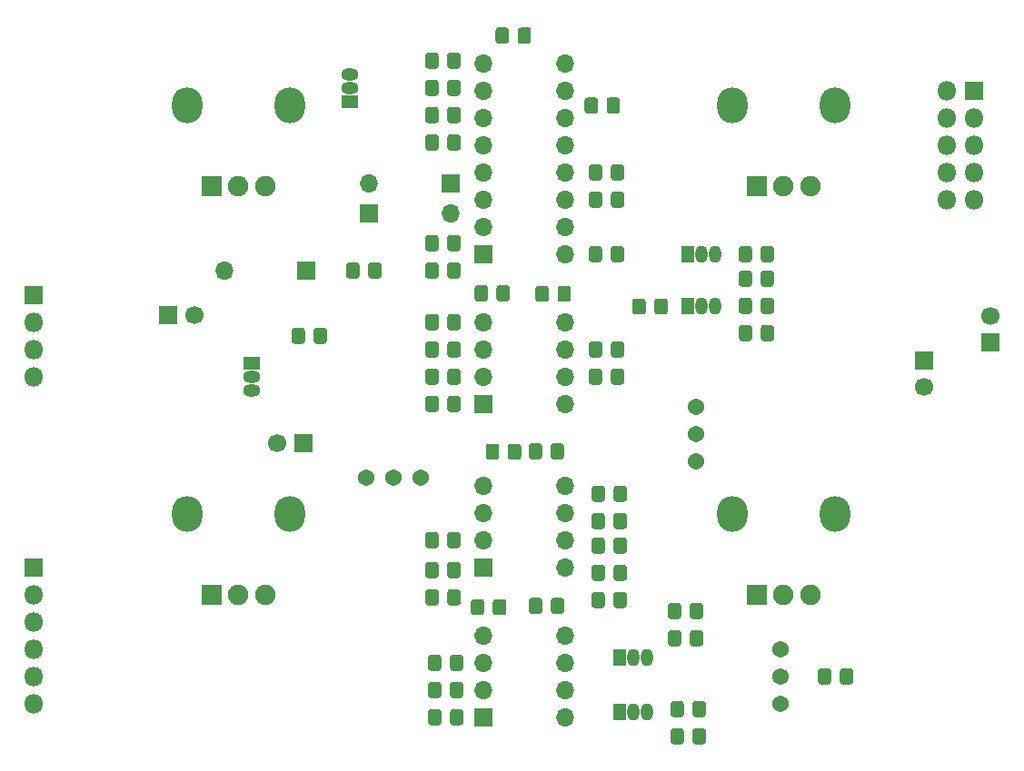
<source format=gbr>
G04 #@! TF.GenerationSoftware,KiCad,Pcbnew,5.1.6-c6e7f7d~86~ubuntu18.04.1*
G04 #@! TF.CreationDate,2020-06-22T07:49:52-04:00*
G04 #@! TF.ProjectId,modulation_source,6d6f6475-6c61-4746-996f-6e5f736f7572,rev?*
G04 #@! TF.SameCoordinates,Original*
G04 #@! TF.FileFunction,Soldermask,Bot*
G04 #@! TF.FilePolarity,Negative*
%FSLAX46Y46*%
G04 Gerber Fmt 4.6, Leading zero omitted, Abs format (unit mm)*
G04 Created by KiCad (PCBNEW 5.1.6-c6e7f7d~86~ubuntu18.04.1) date 2020-06-22 07:49:52*
%MOMM*%
%LPD*%
G01*
G04 APERTURE LIST*
%ADD10C,1.700000*%
%ADD11R,1.700000X1.700000*%
%ADD12O,2.820000X3.340000*%
%ADD13C,1.900000*%
%ADD14R,1.900000X1.900000*%
%ADD15O,1.800000X1.800000*%
%ADD16R,1.800000X1.800000*%
%ADD17O,1.700000X1.700000*%
%ADD18C,1.540000*%
%ADD19R,1.150000X1.600000*%
%ADD20O,1.150000X1.600000*%
%ADD21R,1.600000X1.150000*%
%ADD22O,1.600000X1.150000*%
G04 APERTURE END LIST*
G36*
G01*
X164475000Y-77757762D02*
X164475000Y-76801238D01*
G75*
G02*
X164746738Y-76529500I271738J0D01*
G01*
X165453262Y-76529500D01*
G75*
G02*
X165725000Y-76801238I0J-271738D01*
G01*
X165725000Y-77757762D01*
G75*
G02*
X165453262Y-78029500I-271738J0D01*
G01*
X164746738Y-78029500D01*
G75*
G02*
X164475000Y-77757762I0J271738D01*
G01*
G37*
G36*
G01*
X162425000Y-77757762D02*
X162425000Y-76801238D01*
G75*
G02*
X162696738Y-76529500I271738J0D01*
G01*
X163403262Y-76529500D01*
G75*
G02*
X163675000Y-76801238I0J-271738D01*
G01*
X163675000Y-77757762D01*
G75*
G02*
X163403262Y-78029500I-271738J0D01*
G01*
X162696738Y-78029500D01*
G75*
G02*
X162425000Y-77757762I0J271738D01*
G01*
G37*
D10*
X195834000Y-78145000D03*
D11*
X195834000Y-80645000D03*
D10*
X189611000Y-84796000D03*
D11*
X189611000Y-82296000D03*
D10*
X129326000Y-90043000D03*
D11*
X131826000Y-90043000D03*
D10*
X121666000Y-78105000D03*
D11*
X119166000Y-78105000D03*
D12*
X171730000Y-58540000D03*
X181330000Y-58540000D03*
D13*
X179030000Y-66040000D03*
X176530000Y-66040000D03*
D14*
X174030000Y-66040000D03*
D12*
X120930000Y-96640000D03*
X130530000Y-96640000D03*
D13*
X128230000Y-104140000D03*
X125730000Y-104140000D03*
D14*
X123230000Y-104140000D03*
D12*
X171730000Y-96640000D03*
X181330000Y-96640000D03*
D13*
X179030000Y-104140000D03*
X176530000Y-104140000D03*
D14*
X174030000Y-104140000D03*
D12*
X120930000Y-58540000D03*
X130530000Y-58540000D03*
D13*
X128230000Y-66040000D03*
X125730000Y-66040000D03*
D14*
X123230000Y-66040000D03*
D15*
X106680000Y-114300000D03*
X106680000Y-111760000D03*
X106680000Y-109220000D03*
X106680000Y-106680000D03*
X106680000Y-104140000D03*
D16*
X106680000Y-101600000D03*
D15*
X106680000Y-83820000D03*
X106680000Y-81280000D03*
X106680000Y-78740000D03*
D16*
X106680000Y-76200000D03*
D17*
X156210000Y-101600000D03*
X148590000Y-93980000D03*
X156210000Y-99060000D03*
X148590000Y-96520000D03*
X156210000Y-96520000D03*
X148590000Y-99060000D03*
X156210000Y-93980000D03*
D11*
X148590000Y-101600000D03*
D17*
X156210000Y-86360000D03*
X148590000Y-78740000D03*
X156210000Y-83820000D03*
X148590000Y-81280000D03*
X156210000Y-81280000D03*
X148590000Y-83820000D03*
X156210000Y-78740000D03*
D11*
X148590000Y-86360000D03*
D17*
X156210000Y-115570000D03*
X148590000Y-107950000D03*
X156210000Y-113030000D03*
X148590000Y-110490000D03*
X156210000Y-110490000D03*
X148590000Y-113030000D03*
X156210000Y-107950000D03*
D11*
X148590000Y-115570000D03*
D17*
X156210000Y-72390000D03*
X148590000Y-54610000D03*
X156210000Y-69850000D03*
X148590000Y-57150000D03*
X156210000Y-67310000D03*
X148590000Y-59690000D03*
X156210000Y-64770000D03*
X148590000Y-62230000D03*
X156210000Y-62230000D03*
X148590000Y-64770000D03*
X156210000Y-59690000D03*
X148590000Y-67310000D03*
X156210000Y-57150000D03*
X148590000Y-69850000D03*
X156210000Y-54610000D03*
D11*
X148590000Y-72390000D03*
D18*
X137668000Y-93218000D03*
X140208000Y-93218000D03*
X142748000Y-93218000D03*
X176276000Y-109220000D03*
X176276000Y-111760000D03*
X176276000Y-114300000D03*
X168402000Y-86614000D03*
X168402000Y-89154000D03*
X168402000Y-91694000D03*
G36*
G01*
X144625000Y-110011738D02*
X144625000Y-110968262D01*
G75*
G02*
X144353262Y-111240000I-271738J0D01*
G01*
X143646738Y-111240000D01*
G75*
G02*
X143375000Y-110968262I0J271738D01*
G01*
X143375000Y-110011738D01*
G75*
G02*
X143646738Y-109740000I271738J0D01*
G01*
X144353262Y-109740000D01*
G75*
G02*
X144625000Y-110011738I0J-271738D01*
G01*
G37*
G36*
G01*
X146675000Y-110011738D02*
X146675000Y-110968262D01*
G75*
G02*
X146403262Y-111240000I-271738J0D01*
G01*
X145696738Y-111240000D01*
G75*
G02*
X145425000Y-110968262I0J271738D01*
G01*
X145425000Y-110011738D01*
G75*
G02*
X145696738Y-109740000I271738J0D01*
G01*
X146403262Y-109740000D01*
G75*
G02*
X146675000Y-110011738I0J-271738D01*
G01*
G37*
G36*
G01*
X145189000Y-104872262D02*
X145189000Y-103915738D01*
G75*
G02*
X145460738Y-103644000I271738J0D01*
G01*
X146167262Y-103644000D01*
G75*
G02*
X146439000Y-103915738I0J-271738D01*
G01*
X146439000Y-104872262D01*
G75*
G02*
X146167262Y-105144000I-271738J0D01*
G01*
X145460738Y-105144000D01*
G75*
G02*
X145189000Y-104872262I0J271738D01*
G01*
G37*
G36*
G01*
X143139000Y-104872262D02*
X143139000Y-103915738D01*
G75*
G02*
X143410738Y-103644000I271738J0D01*
G01*
X144117262Y-103644000D01*
G75*
G02*
X144389000Y-103915738I0J-271738D01*
G01*
X144389000Y-104872262D01*
G75*
G02*
X144117262Y-105144000I-271738J0D01*
G01*
X143410738Y-105144000D01*
G75*
G02*
X143139000Y-104872262I0J271738D01*
G01*
G37*
G36*
G01*
X159865000Y-104169738D02*
X159865000Y-105126262D01*
G75*
G02*
X159593262Y-105398000I-271738J0D01*
G01*
X158886738Y-105398000D01*
G75*
G02*
X158615000Y-105126262I0J271738D01*
G01*
X158615000Y-104169738D01*
G75*
G02*
X158886738Y-103898000I271738J0D01*
G01*
X159593262Y-103898000D01*
G75*
G02*
X159865000Y-104169738I0J-271738D01*
G01*
G37*
G36*
G01*
X161915000Y-104169738D02*
X161915000Y-105126262D01*
G75*
G02*
X161643262Y-105398000I-271738J0D01*
G01*
X160936738Y-105398000D01*
G75*
G02*
X160665000Y-105126262I0J271738D01*
G01*
X160665000Y-104169738D01*
G75*
G02*
X160936738Y-103898000I271738J0D01*
G01*
X161643262Y-103898000D01*
G75*
G02*
X161915000Y-104169738I0J-271738D01*
G01*
G37*
G36*
G01*
X145171000Y-102332262D02*
X145171000Y-101375738D01*
G75*
G02*
X145442738Y-101104000I271738J0D01*
G01*
X146149262Y-101104000D01*
G75*
G02*
X146421000Y-101375738I0J-271738D01*
G01*
X146421000Y-102332262D01*
G75*
G02*
X146149262Y-102604000I-271738J0D01*
G01*
X145442738Y-102604000D01*
G75*
G02*
X145171000Y-102332262I0J271738D01*
G01*
G37*
G36*
G01*
X143121000Y-102332262D02*
X143121000Y-101375738D01*
G75*
G02*
X143392738Y-101104000I271738J0D01*
G01*
X144099262Y-101104000D01*
G75*
G02*
X144371000Y-101375738I0J-271738D01*
G01*
X144371000Y-102332262D01*
G75*
G02*
X144099262Y-102604000I-271738J0D01*
G01*
X143392738Y-102604000D01*
G75*
G02*
X143121000Y-102332262I0J271738D01*
G01*
G37*
G36*
G01*
X160674000Y-100046262D02*
X160674000Y-99089738D01*
G75*
G02*
X160945738Y-98818000I271738J0D01*
G01*
X161652262Y-98818000D01*
G75*
G02*
X161924000Y-99089738I0J-271738D01*
G01*
X161924000Y-100046262D01*
G75*
G02*
X161652262Y-100318000I-271738J0D01*
G01*
X160945738Y-100318000D01*
G75*
G02*
X160674000Y-100046262I0J271738D01*
G01*
G37*
G36*
G01*
X158624000Y-100046262D02*
X158624000Y-99089738D01*
G75*
G02*
X158895738Y-98818000I271738J0D01*
G01*
X159602262Y-98818000D01*
G75*
G02*
X159874000Y-99089738I0J-271738D01*
G01*
X159874000Y-100046262D01*
G75*
G02*
X159602262Y-100318000I-271738J0D01*
G01*
X158895738Y-100318000D01*
G75*
G02*
X158624000Y-100046262I0J271738D01*
G01*
G37*
G36*
G01*
X159874000Y-96803738D02*
X159874000Y-97760262D01*
G75*
G02*
X159602262Y-98032000I-271738J0D01*
G01*
X158895738Y-98032000D01*
G75*
G02*
X158624000Y-97760262I0J271738D01*
G01*
X158624000Y-96803738D01*
G75*
G02*
X158895738Y-96532000I271738J0D01*
G01*
X159602262Y-96532000D01*
G75*
G02*
X159874000Y-96803738I0J-271738D01*
G01*
G37*
G36*
G01*
X161924000Y-96803738D02*
X161924000Y-97760262D01*
G75*
G02*
X161652262Y-98032000I-271738J0D01*
G01*
X160945738Y-98032000D01*
G75*
G02*
X160674000Y-97760262I0J271738D01*
G01*
X160674000Y-96803738D01*
G75*
G02*
X160945738Y-96532000I271738J0D01*
G01*
X161652262Y-96532000D01*
G75*
G02*
X161924000Y-96803738I0J-271738D01*
G01*
G37*
G36*
G01*
X167231000Y-116869738D02*
X167231000Y-117826262D01*
G75*
G02*
X166959262Y-118098000I-271738J0D01*
G01*
X166252738Y-118098000D01*
G75*
G02*
X165981000Y-117826262I0J271738D01*
G01*
X165981000Y-116869738D01*
G75*
G02*
X166252738Y-116598000I271738J0D01*
G01*
X166959262Y-116598000D01*
G75*
G02*
X167231000Y-116869738I0J-271738D01*
G01*
G37*
G36*
G01*
X169281000Y-116869738D02*
X169281000Y-117826262D01*
G75*
G02*
X169009262Y-118098000I-271738J0D01*
G01*
X168302738Y-118098000D01*
G75*
G02*
X168031000Y-117826262I0J271738D01*
G01*
X168031000Y-116869738D01*
G75*
G02*
X168302738Y-116598000I271738J0D01*
G01*
X169009262Y-116598000D01*
G75*
G02*
X169281000Y-116869738I0J-271738D01*
G01*
G37*
G36*
G01*
X145171000Y-99538262D02*
X145171000Y-98581738D01*
G75*
G02*
X145442738Y-98310000I271738J0D01*
G01*
X146149262Y-98310000D01*
G75*
G02*
X146421000Y-98581738I0J-271738D01*
G01*
X146421000Y-99538262D01*
G75*
G02*
X146149262Y-99810000I-271738J0D01*
G01*
X145442738Y-99810000D01*
G75*
G02*
X145171000Y-99538262I0J271738D01*
G01*
G37*
G36*
G01*
X143121000Y-99538262D02*
X143121000Y-98581738D01*
G75*
G02*
X143392738Y-98310000I271738J0D01*
G01*
X144099262Y-98310000D01*
G75*
G02*
X144371000Y-98581738I0J-271738D01*
G01*
X144371000Y-99538262D01*
G75*
G02*
X144099262Y-99810000I-271738J0D01*
G01*
X143392738Y-99810000D01*
G75*
G02*
X143121000Y-99538262I0J271738D01*
G01*
G37*
G36*
G01*
X160683000Y-95220262D02*
X160683000Y-94263738D01*
G75*
G02*
X160954738Y-93992000I271738J0D01*
G01*
X161661262Y-93992000D01*
G75*
G02*
X161933000Y-94263738I0J-271738D01*
G01*
X161933000Y-95220262D01*
G75*
G02*
X161661262Y-95492000I-271738J0D01*
G01*
X160954738Y-95492000D01*
G75*
G02*
X160683000Y-95220262I0J271738D01*
G01*
G37*
G36*
G01*
X158633000Y-95220262D02*
X158633000Y-94263738D01*
G75*
G02*
X158904738Y-93992000I271738J0D01*
G01*
X159611262Y-93992000D01*
G75*
G02*
X159883000Y-94263738I0J-271738D01*
G01*
X159883000Y-95220262D01*
G75*
G02*
X159611262Y-95492000I-271738J0D01*
G01*
X158904738Y-95492000D01*
G75*
G02*
X158633000Y-95220262I0J271738D01*
G01*
G37*
G36*
G01*
X131925000Y-79531738D02*
X131925000Y-80488262D01*
G75*
G02*
X131653262Y-80760000I-271738J0D01*
G01*
X130946738Y-80760000D01*
G75*
G02*
X130675000Y-80488262I0J271738D01*
G01*
X130675000Y-79531738D01*
G75*
G02*
X130946738Y-79260000I271738J0D01*
G01*
X131653262Y-79260000D01*
G75*
G02*
X131925000Y-79531738I0J-271738D01*
G01*
G37*
G36*
G01*
X133975000Y-79531738D02*
X133975000Y-80488262D01*
G75*
G02*
X133703262Y-80760000I-271738J0D01*
G01*
X132996738Y-80760000D01*
G75*
G02*
X132725000Y-80488262I0J271738D01*
G01*
X132725000Y-79531738D01*
G75*
G02*
X132996738Y-79260000I271738J0D01*
G01*
X133703262Y-79260000D01*
G75*
G02*
X133975000Y-79531738I0J-271738D01*
G01*
G37*
G36*
G01*
X180965000Y-111281738D02*
X180965000Y-112238262D01*
G75*
G02*
X180693262Y-112510000I-271738J0D01*
G01*
X179986738Y-112510000D01*
G75*
G02*
X179715000Y-112238262I0J271738D01*
G01*
X179715000Y-111281738D01*
G75*
G02*
X179986738Y-111010000I271738J0D01*
G01*
X180693262Y-111010000D01*
G75*
G02*
X180965000Y-111281738I0J-271738D01*
G01*
G37*
G36*
G01*
X183015000Y-111281738D02*
X183015000Y-112238262D01*
G75*
G02*
X182743262Y-112510000I-271738J0D01*
G01*
X182036738Y-112510000D01*
G75*
G02*
X181765000Y-112238262I0J271738D01*
G01*
X181765000Y-111281738D01*
G75*
G02*
X182036738Y-111010000I271738J0D01*
G01*
X182743262Y-111010000D01*
G75*
G02*
X183015000Y-111281738I0J-271738D01*
G01*
G37*
G36*
G01*
X167231000Y-114329738D02*
X167231000Y-115286262D01*
G75*
G02*
X166959262Y-115558000I-271738J0D01*
G01*
X166252738Y-115558000D01*
G75*
G02*
X165981000Y-115286262I0J271738D01*
G01*
X165981000Y-114329738D01*
G75*
G02*
X166252738Y-114058000I271738J0D01*
G01*
X166959262Y-114058000D01*
G75*
G02*
X167231000Y-114329738I0J-271738D01*
G01*
G37*
G36*
G01*
X169281000Y-114329738D02*
X169281000Y-115286262D01*
G75*
G02*
X169009262Y-115558000I-271738J0D01*
G01*
X168302738Y-115558000D01*
G75*
G02*
X168031000Y-115286262I0J271738D01*
G01*
X168031000Y-114329738D01*
G75*
G02*
X168302738Y-114058000I271738J0D01*
G01*
X169009262Y-114058000D01*
G75*
G02*
X169281000Y-114329738I0J-271738D01*
G01*
G37*
G36*
G01*
X160683000Y-102586262D02*
X160683000Y-101629738D01*
G75*
G02*
X160954738Y-101358000I271738J0D01*
G01*
X161661262Y-101358000D01*
G75*
G02*
X161933000Y-101629738I0J-271738D01*
G01*
X161933000Y-102586262D01*
G75*
G02*
X161661262Y-102858000I-271738J0D01*
G01*
X160954738Y-102858000D01*
G75*
G02*
X160683000Y-102586262I0J271738D01*
G01*
G37*
G36*
G01*
X158633000Y-102586262D02*
X158633000Y-101629738D01*
G75*
G02*
X158904738Y-101358000I271738J0D01*
G01*
X159611262Y-101358000D01*
G75*
G02*
X159883000Y-101629738I0J-271738D01*
G01*
X159883000Y-102586262D01*
G75*
G02*
X159611262Y-102858000I-271738J0D01*
G01*
X158904738Y-102858000D01*
G75*
G02*
X158633000Y-102586262I0J271738D01*
G01*
G37*
G36*
G01*
X166995000Y-107725738D02*
X166995000Y-108682262D01*
G75*
G02*
X166723262Y-108954000I-271738J0D01*
G01*
X166016738Y-108954000D01*
G75*
G02*
X165745000Y-108682262I0J271738D01*
G01*
X165745000Y-107725738D01*
G75*
G02*
X166016738Y-107454000I271738J0D01*
G01*
X166723262Y-107454000D01*
G75*
G02*
X166995000Y-107725738I0J-271738D01*
G01*
G37*
G36*
G01*
X169045000Y-107725738D02*
X169045000Y-108682262D01*
G75*
G02*
X168773262Y-108954000I-271738J0D01*
G01*
X168066738Y-108954000D01*
G75*
G02*
X167795000Y-108682262I0J271738D01*
G01*
X167795000Y-107725738D01*
G75*
G02*
X168066738Y-107454000I271738J0D01*
G01*
X168773262Y-107454000D01*
G75*
G02*
X169045000Y-107725738I0J-271738D01*
G01*
G37*
G36*
G01*
X166977000Y-105185738D02*
X166977000Y-106142262D01*
G75*
G02*
X166705262Y-106414000I-271738J0D01*
G01*
X165998738Y-106414000D01*
G75*
G02*
X165727000Y-106142262I0J271738D01*
G01*
X165727000Y-105185738D01*
G75*
G02*
X165998738Y-104914000I271738J0D01*
G01*
X166705262Y-104914000D01*
G75*
G02*
X166977000Y-105185738I0J-271738D01*
G01*
G37*
G36*
G01*
X169027000Y-105185738D02*
X169027000Y-106142262D01*
G75*
G02*
X168755262Y-106414000I-271738J0D01*
G01*
X168048738Y-106414000D01*
G75*
G02*
X167777000Y-106142262I0J271738D01*
G01*
X167777000Y-105185738D01*
G75*
G02*
X168048738Y-104914000I271738J0D01*
G01*
X168755262Y-104914000D01*
G75*
G02*
X169027000Y-105185738I0J-271738D01*
G01*
G37*
G36*
G01*
X145443000Y-116048262D02*
X145443000Y-115091738D01*
G75*
G02*
X145714738Y-114820000I271738J0D01*
G01*
X146421262Y-114820000D01*
G75*
G02*
X146693000Y-115091738I0J-271738D01*
G01*
X146693000Y-116048262D01*
G75*
G02*
X146421262Y-116320000I-271738J0D01*
G01*
X145714738Y-116320000D01*
G75*
G02*
X145443000Y-116048262I0J271738D01*
G01*
G37*
G36*
G01*
X143393000Y-116048262D02*
X143393000Y-115091738D01*
G75*
G02*
X143664738Y-114820000I271738J0D01*
G01*
X144371262Y-114820000D01*
G75*
G02*
X144643000Y-115091738I0J-271738D01*
G01*
X144643000Y-116048262D01*
G75*
G02*
X144371262Y-116320000I-271738J0D01*
G01*
X143664738Y-116320000D01*
G75*
G02*
X143393000Y-116048262I0J271738D01*
G01*
G37*
G36*
G01*
X144380000Y-58957738D02*
X144380000Y-59914262D01*
G75*
G02*
X144108262Y-60186000I-271738J0D01*
G01*
X143401738Y-60186000D01*
G75*
G02*
X143130000Y-59914262I0J271738D01*
G01*
X143130000Y-58957738D01*
G75*
G02*
X143401738Y-58686000I271738J0D01*
G01*
X144108262Y-58686000D01*
G75*
G02*
X144380000Y-58957738I0J-271738D01*
G01*
G37*
G36*
G01*
X146430000Y-58957738D02*
X146430000Y-59914262D01*
G75*
G02*
X146158262Y-60186000I-271738J0D01*
G01*
X145451738Y-60186000D01*
G75*
G02*
X145180000Y-59914262I0J271738D01*
G01*
X145180000Y-58957738D01*
G75*
G02*
X145451738Y-58686000I271738J0D01*
G01*
X146158262Y-58686000D01*
G75*
G02*
X146430000Y-58957738I0J-271738D01*
G01*
G37*
G36*
G01*
X159620000Y-83341738D02*
X159620000Y-84298262D01*
G75*
G02*
X159348262Y-84570000I-271738J0D01*
G01*
X158641738Y-84570000D01*
G75*
G02*
X158370000Y-84298262I0J271738D01*
G01*
X158370000Y-83341738D01*
G75*
G02*
X158641738Y-83070000I271738J0D01*
G01*
X159348262Y-83070000D01*
G75*
G02*
X159620000Y-83341738I0J-271738D01*
G01*
G37*
G36*
G01*
X161670000Y-83341738D02*
X161670000Y-84298262D01*
G75*
G02*
X161398262Y-84570000I-271738J0D01*
G01*
X160691738Y-84570000D01*
G75*
G02*
X160420000Y-84298262I0J271738D01*
G01*
X160420000Y-83341738D01*
G75*
G02*
X160691738Y-83070000I271738J0D01*
G01*
X161398262Y-83070000D01*
G75*
G02*
X161670000Y-83341738I0J-271738D01*
G01*
G37*
G36*
G01*
X144371000Y-56417738D02*
X144371000Y-57374262D01*
G75*
G02*
X144099262Y-57646000I-271738J0D01*
G01*
X143392738Y-57646000D01*
G75*
G02*
X143121000Y-57374262I0J271738D01*
G01*
X143121000Y-56417738D01*
G75*
G02*
X143392738Y-56146000I271738J0D01*
G01*
X144099262Y-56146000D01*
G75*
G02*
X144371000Y-56417738I0J-271738D01*
G01*
G37*
G36*
G01*
X146421000Y-56417738D02*
X146421000Y-57374262D01*
G75*
G02*
X146149262Y-57646000I-271738J0D01*
G01*
X145442738Y-57646000D01*
G75*
G02*
X145171000Y-57374262I0J271738D01*
G01*
X145171000Y-56417738D01*
G75*
G02*
X145442738Y-56146000I271738J0D01*
G01*
X146149262Y-56146000D01*
G75*
G02*
X146421000Y-56417738I0J-271738D01*
G01*
G37*
G36*
G01*
X159620000Y-71911738D02*
X159620000Y-72868262D01*
G75*
G02*
X159348262Y-73140000I-271738J0D01*
G01*
X158641738Y-73140000D01*
G75*
G02*
X158370000Y-72868262I0J271738D01*
G01*
X158370000Y-71911738D01*
G75*
G02*
X158641738Y-71640000I271738J0D01*
G01*
X159348262Y-71640000D01*
G75*
G02*
X159620000Y-71911738I0J-271738D01*
G01*
G37*
G36*
G01*
X161670000Y-71911738D02*
X161670000Y-72868262D01*
G75*
G02*
X161398262Y-73140000I-271738J0D01*
G01*
X160691738Y-73140000D01*
G75*
G02*
X160420000Y-72868262I0J271738D01*
G01*
X160420000Y-71911738D01*
G75*
G02*
X160691738Y-71640000I271738J0D01*
G01*
X161398262Y-71640000D01*
G75*
G02*
X161670000Y-71911738I0J-271738D01*
G01*
G37*
G36*
G01*
X173581000Y-71911738D02*
X173581000Y-72868262D01*
G75*
G02*
X173309262Y-73140000I-271738J0D01*
G01*
X172602738Y-73140000D01*
G75*
G02*
X172331000Y-72868262I0J271738D01*
G01*
X172331000Y-71911738D01*
G75*
G02*
X172602738Y-71640000I271738J0D01*
G01*
X173309262Y-71640000D01*
G75*
G02*
X173581000Y-71911738I0J-271738D01*
G01*
G37*
G36*
G01*
X175631000Y-71911738D02*
X175631000Y-72868262D01*
G75*
G02*
X175359262Y-73140000I-271738J0D01*
G01*
X174652738Y-73140000D01*
G75*
G02*
X174381000Y-72868262I0J271738D01*
G01*
X174381000Y-71911738D01*
G75*
G02*
X174652738Y-71640000I271738J0D01*
G01*
X175359262Y-71640000D01*
G75*
G02*
X175631000Y-71911738I0J-271738D01*
G01*
G37*
G36*
G01*
X144371000Y-73435738D02*
X144371000Y-74392262D01*
G75*
G02*
X144099262Y-74664000I-271738J0D01*
G01*
X143392738Y-74664000D01*
G75*
G02*
X143121000Y-74392262I0J271738D01*
G01*
X143121000Y-73435738D01*
G75*
G02*
X143392738Y-73164000I271738J0D01*
G01*
X144099262Y-73164000D01*
G75*
G02*
X144371000Y-73435738I0J-271738D01*
G01*
G37*
G36*
G01*
X146421000Y-73435738D02*
X146421000Y-74392262D01*
G75*
G02*
X146149262Y-74664000I-271738J0D01*
G01*
X145442738Y-74664000D01*
G75*
G02*
X145171000Y-74392262I0J271738D01*
G01*
X145171000Y-73435738D01*
G75*
G02*
X145442738Y-73164000I271738J0D01*
G01*
X146149262Y-73164000D01*
G75*
G02*
X146421000Y-73435738I0J-271738D01*
G01*
G37*
G36*
G01*
X144371000Y-53877738D02*
X144371000Y-54834262D01*
G75*
G02*
X144099262Y-55106000I-271738J0D01*
G01*
X143392738Y-55106000D01*
G75*
G02*
X143121000Y-54834262I0J271738D01*
G01*
X143121000Y-53877738D01*
G75*
G02*
X143392738Y-53606000I271738J0D01*
G01*
X144099262Y-53606000D01*
G75*
G02*
X144371000Y-53877738I0J-271738D01*
G01*
G37*
G36*
G01*
X146421000Y-53877738D02*
X146421000Y-54834262D01*
G75*
G02*
X146149262Y-55106000I-271738J0D01*
G01*
X145442738Y-55106000D01*
G75*
G02*
X145171000Y-54834262I0J271738D01*
G01*
X145171000Y-53877738D01*
G75*
G02*
X145442738Y-53606000I271738J0D01*
G01*
X146149262Y-53606000D01*
G75*
G02*
X146421000Y-53877738I0J-271738D01*
G01*
G37*
G36*
G01*
X160429000Y-65248262D02*
X160429000Y-64291738D01*
G75*
G02*
X160700738Y-64020000I271738J0D01*
G01*
X161407262Y-64020000D01*
G75*
G02*
X161679000Y-64291738I0J-271738D01*
G01*
X161679000Y-65248262D01*
G75*
G02*
X161407262Y-65520000I-271738J0D01*
G01*
X160700738Y-65520000D01*
G75*
G02*
X160429000Y-65248262I0J271738D01*
G01*
G37*
G36*
G01*
X158379000Y-65248262D02*
X158379000Y-64291738D01*
G75*
G02*
X158650738Y-64020000I271738J0D01*
G01*
X159357262Y-64020000D01*
G75*
G02*
X159629000Y-64291738I0J-271738D01*
G01*
X159629000Y-65248262D01*
G75*
G02*
X159357262Y-65520000I-271738J0D01*
G01*
X158650738Y-65520000D01*
G75*
G02*
X158379000Y-65248262I0J271738D01*
G01*
G37*
G36*
G01*
X145189000Y-86838262D02*
X145189000Y-85881738D01*
G75*
G02*
X145460738Y-85610000I271738J0D01*
G01*
X146167262Y-85610000D01*
G75*
G02*
X146439000Y-85881738I0J-271738D01*
G01*
X146439000Y-86838262D01*
G75*
G02*
X146167262Y-87110000I-271738J0D01*
G01*
X145460738Y-87110000D01*
G75*
G02*
X145189000Y-86838262I0J271738D01*
G01*
G37*
G36*
G01*
X143139000Y-86838262D02*
X143139000Y-85881738D01*
G75*
G02*
X143410738Y-85610000I271738J0D01*
G01*
X144117262Y-85610000D01*
G75*
G02*
X144389000Y-85881738I0J-271738D01*
G01*
X144389000Y-86838262D01*
G75*
G02*
X144117262Y-87110000I-271738J0D01*
G01*
X143410738Y-87110000D01*
G75*
G02*
X143139000Y-86838262I0J271738D01*
G01*
G37*
G36*
G01*
X174381000Y-75154262D02*
X174381000Y-74197738D01*
G75*
G02*
X174652738Y-73926000I271738J0D01*
G01*
X175359262Y-73926000D01*
G75*
G02*
X175631000Y-74197738I0J-271738D01*
G01*
X175631000Y-75154262D01*
G75*
G02*
X175359262Y-75426000I-271738J0D01*
G01*
X174652738Y-75426000D01*
G75*
G02*
X174381000Y-75154262I0J271738D01*
G01*
G37*
G36*
G01*
X172331000Y-75154262D02*
X172331000Y-74197738D01*
G75*
G02*
X172602738Y-73926000I271738J0D01*
G01*
X173309262Y-73926000D01*
G75*
G02*
X173581000Y-74197738I0J-271738D01*
G01*
X173581000Y-75154262D01*
G75*
G02*
X173309262Y-75426000I-271738J0D01*
G01*
X172602738Y-75426000D01*
G75*
G02*
X172331000Y-75154262I0J271738D01*
G01*
G37*
G36*
G01*
X160429000Y-67788262D02*
X160429000Y-66831738D01*
G75*
G02*
X160700738Y-66560000I271738J0D01*
G01*
X161407262Y-66560000D01*
G75*
G02*
X161679000Y-66831738I0J-271738D01*
G01*
X161679000Y-67788262D01*
G75*
G02*
X161407262Y-68060000I-271738J0D01*
G01*
X160700738Y-68060000D01*
G75*
G02*
X160429000Y-67788262I0J271738D01*
G01*
G37*
G36*
G01*
X158379000Y-67788262D02*
X158379000Y-66831738D01*
G75*
G02*
X158650738Y-66560000I271738J0D01*
G01*
X159357262Y-66560000D01*
G75*
G02*
X159629000Y-66831738I0J-271738D01*
G01*
X159629000Y-67788262D01*
G75*
G02*
X159357262Y-68060000I-271738J0D01*
G01*
X158650738Y-68060000D01*
G75*
G02*
X158379000Y-67788262I0J271738D01*
G01*
G37*
G36*
G01*
X145189000Y-84298262D02*
X145189000Y-83341738D01*
G75*
G02*
X145460738Y-83070000I271738J0D01*
G01*
X146167262Y-83070000D01*
G75*
G02*
X146439000Y-83341738I0J-271738D01*
G01*
X146439000Y-84298262D01*
G75*
G02*
X146167262Y-84570000I-271738J0D01*
G01*
X145460738Y-84570000D01*
G75*
G02*
X145189000Y-84298262I0J271738D01*
G01*
G37*
G36*
G01*
X143139000Y-84298262D02*
X143139000Y-83341738D01*
G75*
G02*
X143410738Y-83070000I271738J0D01*
G01*
X144117262Y-83070000D01*
G75*
G02*
X144389000Y-83341738I0J-271738D01*
G01*
X144389000Y-84298262D01*
G75*
G02*
X144117262Y-84570000I-271738J0D01*
G01*
X143410738Y-84570000D01*
G75*
G02*
X143139000Y-84298262I0J271738D01*
G01*
G37*
G36*
G01*
X174399000Y-80234262D02*
X174399000Y-79277738D01*
G75*
G02*
X174670738Y-79006000I271738J0D01*
G01*
X175377262Y-79006000D01*
G75*
G02*
X175649000Y-79277738I0J-271738D01*
G01*
X175649000Y-80234262D01*
G75*
G02*
X175377262Y-80506000I-271738J0D01*
G01*
X174670738Y-80506000D01*
G75*
G02*
X174399000Y-80234262I0J271738D01*
G01*
G37*
G36*
G01*
X172349000Y-80234262D02*
X172349000Y-79277738D01*
G75*
G02*
X172620738Y-79006000I271738J0D01*
G01*
X173327262Y-79006000D01*
G75*
G02*
X173599000Y-79277738I0J-271738D01*
G01*
X173599000Y-80234262D01*
G75*
G02*
X173327262Y-80506000I-271738J0D01*
G01*
X172620738Y-80506000D01*
G75*
G02*
X172349000Y-80234262I0J271738D01*
G01*
G37*
G36*
G01*
X174390000Y-77694262D02*
X174390000Y-76737738D01*
G75*
G02*
X174661738Y-76466000I271738J0D01*
G01*
X175368262Y-76466000D01*
G75*
G02*
X175640000Y-76737738I0J-271738D01*
G01*
X175640000Y-77694262D01*
G75*
G02*
X175368262Y-77966000I-271738J0D01*
G01*
X174661738Y-77966000D01*
G75*
G02*
X174390000Y-77694262I0J271738D01*
G01*
G37*
G36*
G01*
X172340000Y-77694262D02*
X172340000Y-76737738D01*
G75*
G02*
X172611738Y-76466000I271738J0D01*
G01*
X173318262Y-76466000D01*
G75*
G02*
X173590000Y-76737738I0J-271738D01*
G01*
X173590000Y-77694262D01*
G75*
G02*
X173318262Y-77966000I-271738J0D01*
G01*
X172611738Y-77966000D01*
G75*
G02*
X172340000Y-77694262I0J271738D01*
G01*
G37*
G36*
G01*
X144371000Y-70895738D02*
X144371000Y-71852262D01*
G75*
G02*
X144099262Y-72124000I-271738J0D01*
G01*
X143392738Y-72124000D01*
G75*
G02*
X143121000Y-71852262I0J271738D01*
G01*
X143121000Y-70895738D01*
G75*
G02*
X143392738Y-70624000I271738J0D01*
G01*
X144099262Y-70624000D01*
G75*
G02*
X144371000Y-70895738I0J-271738D01*
G01*
G37*
G36*
G01*
X146421000Y-70895738D02*
X146421000Y-71852262D01*
G75*
G02*
X146149262Y-72124000I-271738J0D01*
G01*
X145442738Y-72124000D01*
G75*
G02*
X145171000Y-71852262I0J271738D01*
G01*
X145171000Y-70895738D01*
G75*
G02*
X145442738Y-70624000I271738J0D01*
G01*
X146149262Y-70624000D01*
G75*
G02*
X146421000Y-70895738I0J-271738D01*
G01*
G37*
G36*
G01*
X145189000Y-81758262D02*
X145189000Y-80801738D01*
G75*
G02*
X145460738Y-80530000I271738J0D01*
G01*
X146167262Y-80530000D01*
G75*
G02*
X146439000Y-80801738I0J-271738D01*
G01*
X146439000Y-81758262D01*
G75*
G02*
X146167262Y-82030000I-271738J0D01*
G01*
X145460738Y-82030000D01*
G75*
G02*
X145189000Y-81758262I0J271738D01*
G01*
G37*
G36*
G01*
X143139000Y-81758262D02*
X143139000Y-80801738D01*
G75*
G02*
X143410738Y-80530000I271738J0D01*
G01*
X144117262Y-80530000D01*
G75*
G02*
X144389000Y-80801738I0J-271738D01*
G01*
X144389000Y-81758262D01*
G75*
G02*
X144117262Y-82030000I-271738J0D01*
G01*
X143410738Y-82030000D01*
G75*
G02*
X143139000Y-81758262I0J271738D01*
G01*
G37*
G36*
G01*
X145189000Y-79218262D02*
X145189000Y-78261738D01*
G75*
G02*
X145460738Y-77990000I271738J0D01*
G01*
X146167262Y-77990000D01*
G75*
G02*
X146439000Y-78261738I0J-271738D01*
G01*
X146439000Y-79218262D01*
G75*
G02*
X146167262Y-79490000I-271738J0D01*
G01*
X145460738Y-79490000D01*
G75*
G02*
X145189000Y-79218262I0J271738D01*
G01*
G37*
G36*
G01*
X143139000Y-79218262D02*
X143139000Y-78261738D01*
G75*
G02*
X143410738Y-77990000I271738J0D01*
G01*
X144117262Y-77990000D01*
G75*
G02*
X144389000Y-78261738I0J-271738D01*
G01*
X144389000Y-79218262D01*
G75*
G02*
X144117262Y-79490000I-271738J0D01*
G01*
X143410738Y-79490000D01*
G75*
G02*
X143139000Y-79218262I0J271738D01*
G01*
G37*
D19*
X161290000Y-115062000D03*
D20*
X163830000Y-115062000D03*
X162560000Y-115062000D03*
D21*
X127000000Y-82550000D03*
D22*
X127000000Y-85090000D03*
X127000000Y-83820000D03*
D19*
X161290000Y-109982000D03*
D20*
X163830000Y-109982000D03*
X162560000Y-109982000D03*
D21*
X136144000Y-58166000D03*
D22*
X136144000Y-55626000D03*
X136144000Y-56896000D03*
D19*
X167640000Y-72390000D03*
D20*
X170180000Y-72390000D03*
X168910000Y-72390000D03*
D19*
X167640000Y-77216000D03*
D20*
X170180000Y-77216000D03*
X168910000Y-77216000D03*
D15*
X191770000Y-67310000D03*
X194310000Y-67310000D03*
X191770000Y-64770000D03*
X194310000Y-64770000D03*
X191770000Y-62230000D03*
X194310000Y-62230000D03*
X191770000Y-59690000D03*
X194310000Y-59690000D03*
X191770000Y-57150000D03*
D16*
X194310000Y-57150000D03*
D17*
X124460000Y-73914000D03*
D11*
X132080000Y-73914000D03*
D17*
X137922000Y-65786000D03*
D11*
X145542000Y-65786000D03*
D17*
X145542000Y-68580000D03*
D11*
X137922000Y-68580000D03*
G36*
G01*
X144625000Y-112551738D02*
X144625000Y-113508262D01*
G75*
G02*
X144353262Y-113780000I-271738J0D01*
G01*
X143646738Y-113780000D01*
G75*
G02*
X143375000Y-113508262I0J271738D01*
G01*
X143375000Y-112551738D01*
G75*
G02*
X143646738Y-112280000I271738J0D01*
G01*
X144353262Y-112280000D01*
G75*
G02*
X144625000Y-112551738I0J-271738D01*
G01*
G37*
G36*
G01*
X146675000Y-112551738D02*
X146675000Y-113508262D01*
G75*
G02*
X146403262Y-113780000I-271738J0D01*
G01*
X145696738Y-113780000D01*
G75*
G02*
X145425000Y-113508262I0J271738D01*
G01*
X145425000Y-112551738D01*
G75*
G02*
X145696738Y-112280000I271738J0D01*
G01*
X146403262Y-112280000D01*
G75*
G02*
X146675000Y-112551738I0J-271738D01*
G01*
G37*
G36*
G01*
X149430800Y-105786662D02*
X149430800Y-104830138D01*
G75*
G02*
X149702538Y-104558400I271738J0D01*
G01*
X150409062Y-104558400D01*
G75*
G02*
X150680800Y-104830138I0J-271738D01*
G01*
X150680800Y-105786662D01*
G75*
G02*
X150409062Y-106058400I-271738J0D01*
G01*
X149702538Y-106058400D01*
G75*
G02*
X149430800Y-105786662I0J271738D01*
G01*
G37*
G36*
G01*
X147380800Y-105786662D02*
X147380800Y-104830138D01*
G75*
G02*
X147652538Y-104558400I271738J0D01*
G01*
X148359062Y-104558400D01*
G75*
G02*
X148630800Y-104830138I0J-271738D01*
G01*
X148630800Y-105786662D01*
G75*
G02*
X148359062Y-106058400I-271738J0D01*
G01*
X147652538Y-106058400D01*
G75*
G02*
X147380800Y-105786662I0J271738D01*
G01*
G37*
G36*
G01*
X154841000Y-105659662D02*
X154841000Y-104703138D01*
G75*
G02*
X155112738Y-104431400I271738J0D01*
G01*
X155819262Y-104431400D01*
G75*
G02*
X156091000Y-104703138I0J-271738D01*
G01*
X156091000Y-105659662D01*
G75*
G02*
X155819262Y-105931400I-271738J0D01*
G01*
X155112738Y-105931400D01*
G75*
G02*
X154841000Y-105659662I0J271738D01*
G01*
G37*
G36*
G01*
X152791000Y-105659662D02*
X152791000Y-104703138D01*
G75*
G02*
X153062738Y-104431400I271738J0D01*
G01*
X153769262Y-104431400D01*
G75*
G02*
X154041000Y-104703138I0J-271738D01*
G01*
X154041000Y-105659662D01*
G75*
G02*
X153769262Y-105931400I-271738J0D01*
G01*
X153062738Y-105931400D01*
G75*
G02*
X152791000Y-105659662I0J271738D01*
G01*
G37*
G36*
G01*
X150818800Y-91308662D02*
X150818800Y-90352138D01*
G75*
G02*
X151090538Y-90080400I271738J0D01*
G01*
X151797062Y-90080400D01*
G75*
G02*
X152068800Y-90352138I0J-271738D01*
G01*
X152068800Y-91308662D01*
G75*
G02*
X151797062Y-91580400I-271738J0D01*
G01*
X151090538Y-91580400D01*
G75*
G02*
X150818800Y-91308662I0J271738D01*
G01*
G37*
G36*
G01*
X148768800Y-91308662D02*
X148768800Y-90352138D01*
G75*
G02*
X149040538Y-90080400I271738J0D01*
G01*
X149747062Y-90080400D01*
G75*
G02*
X150018800Y-90352138I0J-271738D01*
G01*
X150018800Y-91308662D01*
G75*
G02*
X149747062Y-91580400I-271738J0D01*
G01*
X149040538Y-91580400D01*
G75*
G02*
X148768800Y-91308662I0J271738D01*
G01*
G37*
G36*
G01*
X154815600Y-91257862D02*
X154815600Y-90301338D01*
G75*
G02*
X155087338Y-90029600I271738J0D01*
G01*
X155793862Y-90029600D01*
G75*
G02*
X156065600Y-90301338I0J-271738D01*
G01*
X156065600Y-91257862D01*
G75*
G02*
X155793862Y-91529600I-271738J0D01*
G01*
X155087338Y-91529600D01*
G75*
G02*
X154815600Y-91257862I0J271738D01*
G01*
G37*
G36*
G01*
X152765600Y-91257862D02*
X152765600Y-90301338D01*
G75*
G02*
X153037338Y-90029600I271738J0D01*
G01*
X153743862Y-90029600D01*
G75*
G02*
X154015600Y-90301338I0J-271738D01*
G01*
X154015600Y-91257862D01*
G75*
G02*
X153743862Y-91529600I-271738J0D01*
G01*
X153037338Y-91529600D01*
G75*
G02*
X152765600Y-91257862I0J271738D01*
G01*
G37*
G36*
G01*
X149768400Y-76525862D02*
X149768400Y-75569338D01*
G75*
G02*
X150040138Y-75297600I271738J0D01*
G01*
X150746662Y-75297600D01*
G75*
G02*
X151018400Y-75569338I0J-271738D01*
G01*
X151018400Y-76525862D01*
G75*
G02*
X150746662Y-76797600I-271738J0D01*
G01*
X150040138Y-76797600D01*
G75*
G02*
X149768400Y-76525862I0J271738D01*
G01*
G37*
G36*
G01*
X147718400Y-76525862D02*
X147718400Y-75569338D01*
G75*
G02*
X147990138Y-75297600I271738J0D01*
G01*
X148696662Y-75297600D01*
G75*
G02*
X148968400Y-75569338I0J-271738D01*
G01*
X148968400Y-76525862D01*
G75*
G02*
X148696662Y-76797600I-271738J0D01*
G01*
X147990138Y-76797600D01*
G75*
G02*
X147718400Y-76525862I0J271738D01*
G01*
G37*
G36*
G01*
X155450600Y-76576662D02*
X155450600Y-75620138D01*
G75*
G02*
X155722338Y-75348400I271738J0D01*
G01*
X156428862Y-75348400D01*
G75*
G02*
X156700600Y-75620138I0J-271738D01*
G01*
X156700600Y-76576662D01*
G75*
G02*
X156428862Y-76848400I-271738J0D01*
G01*
X155722338Y-76848400D01*
G75*
G02*
X155450600Y-76576662I0J271738D01*
G01*
G37*
G36*
G01*
X153400600Y-76576662D02*
X153400600Y-75620138D01*
G75*
G02*
X153672338Y-75348400I271738J0D01*
G01*
X154378862Y-75348400D01*
G75*
G02*
X154650600Y-75620138I0J-271738D01*
G01*
X154650600Y-76576662D01*
G75*
G02*
X154378862Y-76848400I-271738J0D01*
G01*
X153672338Y-76848400D01*
G75*
G02*
X153400600Y-76576662I0J271738D01*
G01*
G37*
G36*
G01*
X151742200Y-52497462D02*
X151742200Y-51540938D01*
G75*
G02*
X152013938Y-51269200I271738J0D01*
G01*
X152720462Y-51269200D01*
G75*
G02*
X152992200Y-51540938I0J-271738D01*
G01*
X152992200Y-52497462D01*
G75*
G02*
X152720462Y-52769200I-271738J0D01*
G01*
X152013938Y-52769200D01*
G75*
G02*
X151742200Y-52497462I0J271738D01*
G01*
G37*
G36*
G01*
X149692200Y-52497462D02*
X149692200Y-51540938D01*
G75*
G02*
X149963938Y-51269200I271738J0D01*
G01*
X150670462Y-51269200D01*
G75*
G02*
X150942200Y-51540938I0J-271738D01*
G01*
X150942200Y-52497462D01*
G75*
G02*
X150670462Y-52769200I-271738J0D01*
G01*
X149963938Y-52769200D01*
G75*
G02*
X149692200Y-52497462I0J271738D01*
G01*
G37*
G36*
G01*
X160030000Y-59025262D02*
X160030000Y-58068738D01*
G75*
G02*
X160301738Y-57797000I271738J0D01*
G01*
X161008262Y-57797000D01*
G75*
G02*
X161280000Y-58068738I0J-271738D01*
G01*
X161280000Y-59025262D01*
G75*
G02*
X161008262Y-59297000I-271738J0D01*
G01*
X160301738Y-59297000D01*
G75*
G02*
X160030000Y-59025262I0J271738D01*
G01*
G37*
G36*
G01*
X157980000Y-59025262D02*
X157980000Y-58068738D01*
G75*
G02*
X158251738Y-57797000I271738J0D01*
G01*
X158958262Y-57797000D01*
G75*
G02*
X159230000Y-58068738I0J-271738D01*
G01*
X159230000Y-59025262D01*
G75*
G02*
X158958262Y-59297000I-271738J0D01*
G01*
X158251738Y-59297000D01*
G75*
G02*
X157980000Y-59025262I0J271738D01*
G01*
G37*
G36*
G01*
X159629000Y-80801738D02*
X159629000Y-81758262D01*
G75*
G02*
X159357262Y-82030000I-271738J0D01*
G01*
X158650738Y-82030000D01*
G75*
G02*
X158379000Y-81758262I0J271738D01*
G01*
X158379000Y-80801738D01*
G75*
G02*
X158650738Y-80530000I271738J0D01*
G01*
X159357262Y-80530000D01*
G75*
G02*
X159629000Y-80801738I0J-271738D01*
G01*
G37*
G36*
G01*
X161679000Y-80801738D02*
X161679000Y-81758262D01*
G75*
G02*
X161407262Y-82030000I-271738J0D01*
G01*
X160700738Y-82030000D01*
G75*
G02*
X160429000Y-81758262I0J271738D01*
G01*
X160429000Y-80801738D01*
G75*
G02*
X160700738Y-80530000I271738J0D01*
G01*
X161407262Y-80530000D01*
G75*
G02*
X161679000Y-80801738I0J-271738D01*
G01*
G37*
G36*
G01*
X145189000Y-62454262D02*
X145189000Y-61497738D01*
G75*
G02*
X145460738Y-61226000I271738J0D01*
G01*
X146167262Y-61226000D01*
G75*
G02*
X146439000Y-61497738I0J-271738D01*
G01*
X146439000Y-62454262D01*
G75*
G02*
X146167262Y-62726000I-271738J0D01*
G01*
X145460738Y-62726000D01*
G75*
G02*
X145189000Y-62454262I0J271738D01*
G01*
G37*
G36*
G01*
X143139000Y-62454262D02*
X143139000Y-61497738D01*
G75*
G02*
X143410738Y-61226000I271738J0D01*
G01*
X144117262Y-61226000D01*
G75*
G02*
X144389000Y-61497738I0J-271738D01*
G01*
X144389000Y-62454262D01*
G75*
G02*
X144117262Y-62726000I-271738J0D01*
G01*
X143410738Y-62726000D01*
G75*
G02*
X143139000Y-62454262I0J271738D01*
G01*
G37*
G36*
G01*
X137005000Y-73435738D02*
X137005000Y-74392262D01*
G75*
G02*
X136733262Y-74664000I-271738J0D01*
G01*
X136026738Y-74664000D01*
G75*
G02*
X135755000Y-74392262I0J271738D01*
G01*
X135755000Y-73435738D01*
G75*
G02*
X136026738Y-73164000I271738J0D01*
G01*
X136733262Y-73164000D01*
G75*
G02*
X137005000Y-73435738I0J-271738D01*
G01*
G37*
G36*
G01*
X139055000Y-73435738D02*
X139055000Y-74392262D01*
G75*
G02*
X138783262Y-74664000I-271738J0D01*
G01*
X138076738Y-74664000D01*
G75*
G02*
X137805000Y-74392262I0J271738D01*
G01*
X137805000Y-73435738D01*
G75*
G02*
X138076738Y-73164000I271738J0D01*
G01*
X138783262Y-73164000D01*
G75*
G02*
X139055000Y-73435738I0J-271738D01*
G01*
G37*
M02*

</source>
